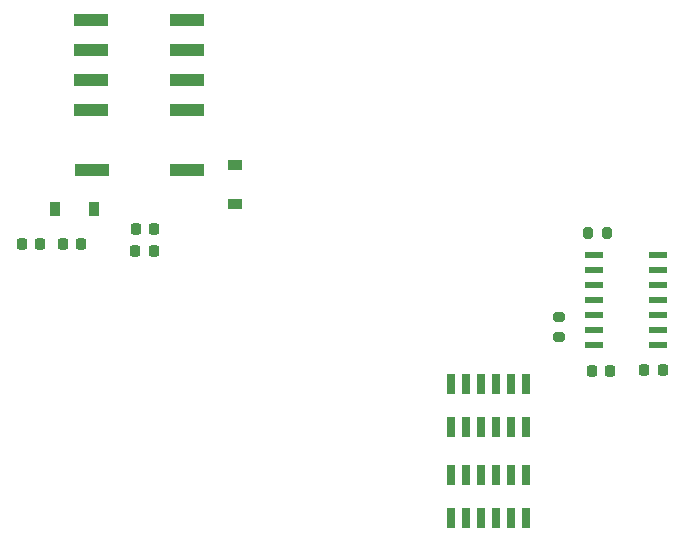
<source format=gbr>
G04 #@! TF.GenerationSoftware,KiCad,Pcbnew,8.0.8+dfsg-1*
G04 #@! TF.CreationDate,2025-03-16T16:51:26-04:00*
G04 #@! TF.ProjectId,RUST_Daughterboard,52555354-5f44-4617-9567-68746572626f,rev?*
G04 #@! TF.SameCoordinates,Original*
G04 #@! TF.FileFunction,Paste,Bot*
G04 #@! TF.FilePolarity,Positive*
%FSLAX46Y46*%
G04 Gerber Fmt 4.6, Leading zero omitted, Abs format (unit mm)*
G04 Created by KiCad (PCBNEW 8.0.8+dfsg-1) date 2025-03-16 16:51:26*
%MOMM*%
%LPD*%
G01*
G04 APERTURE LIST*
G04 Aperture macros list*
%AMRoundRect*
0 Rectangle with rounded corners*
0 $1 Rounding radius*
0 $2 $3 $4 $5 $6 $7 $8 $9 X,Y pos of 4 corners*
0 Add a 4 corners polygon primitive as box body*
4,1,4,$2,$3,$4,$5,$6,$7,$8,$9,$2,$3,0*
0 Add four circle primitives for the rounded corners*
1,1,$1+$1,$2,$3*
1,1,$1+$1,$4,$5*
1,1,$1+$1,$6,$7*
1,1,$1+$1,$8,$9*
0 Add four rect primitives between the rounded corners*
20,1,$1+$1,$2,$3,$4,$5,0*
20,1,$1+$1,$4,$5,$6,$7,0*
20,1,$1+$1,$6,$7,$8,$9,0*
20,1,$1+$1,$8,$9,$2,$3,0*%
G04 Aperture macros list end*
%ADD10RoundRect,0.218750X0.218750X0.256250X-0.218750X0.256250X-0.218750X-0.256250X0.218750X-0.256250X0*%
%ADD11R,0.740000X1.675000*%
%ADD12RoundRect,0.225000X0.225000X0.250000X-0.225000X0.250000X-0.225000X-0.250000X0.225000X-0.250000X0*%
%ADD13R,3.000000X1.110000*%
%ADD14R,0.900000X1.200000*%
%ADD15RoundRect,0.200000X0.275000X-0.200000X0.275000X0.200000X-0.275000X0.200000X-0.275000X-0.200000X0*%
%ADD16R,1.200000X0.900000*%
%ADD17RoundRect,0.200000X0.200000X0.275000X-0.200000X0.275000X-0.200000X-0.275000X0.200000X-0.275000X0*%
%ADD18RoundRect,0.225000X-0.225000X-0.250000X0.225000X-0.250000X0.225000X0.250000X-0.225000X0.250000X0*%
%ADD19R,1.500000X0.600000*%
G04 APERTURE END LIST*
D10*
X128712500Y-113850000D03*
X127137500Y-113850000D03*
D11*
X160025000Y-137040000D03*
X160025000Y-133360000D03*
X161295000Y-137040000D03*
X161295000Y-133360000D03*
X162565000Y-137040000D03*
X162565000Y-133360000D03*
X163835000Y-137040000D03*
X163835000Y-133360000D03*
X165105000Y-137040000D03*
X165105000Y-133360000D03*
X166375000Y-137040000D03*
X166375000Y-133360000D03*
D10*
X134862500Y-114400000D03*
X133287500Y-114400000D03*
D12*
X134875000Y-112550000D03*
X133325000Y-112550000D03*
X125200000Y-113825000D03*
X123650000Y-113825000D03*
D11*
X160025000Y-129340000D03*
X160025000Y-125660000D03*
X161295000Y-129340000D03*
X161295000Y-125660000D03*
X162565000Y-129340000D03*
X162565000Y-125660000D03*
X163835000Y-129340000D03*
X163835000Y-125660000D03*
X165105000Y-129340000D03*
X165105000Y-125660000D03*
X166375000Y-129340000D03*
X166375000Y-125660000D03*
D13*
X129614000Y-107530000D03*
X129486000Y-102450000D03*
X129486000Y-99910000D03*
X129486000Y-97370000D03*
X129486000Y-94830000D03*
X137614000Y-94830000D03*
X137614000Y-97370000D03*
X137614000Y-99910000D03*
X137614000Y-102450000D03*
X137614000Y-107530000D03*
D14*
X126450000Y-110900000D03*
X129750000Y-110900000D03*
D15*
X169150000Y-121675000D03*
X169150000Y-120025000D03*
D16*
X141700000Y-110450000D03*
X141700000Y-107150000D03*
D17*
X173225000Y-112850000D03*
X171575000Y-112850000D03*
D12*
X177925000Y-124500000D03*
X176375000Y-124500000D03*
D18*
X171925000Y-124550000D03*
X173475000Y-124550000D03*
D19*
X172150000Y-122410000D03*
X172150000Y-121140000D03*
X172150000Y-119870000D03*
X172150000Y-118600000D03*
X172150000Y-117330000D03*
X172150000Y-116060000D03*
X172150000Y-114790000D03*
X177550000Y-114790000D03*
X177550000Y-116060000D03*
X177550000Y-117330000D03*
X177550000Y-118600000D03*
X177550000Y-119870000D03*
X177550000Y-121140000D03*
X177550000Y-122410000D03*
M02*

</source>
